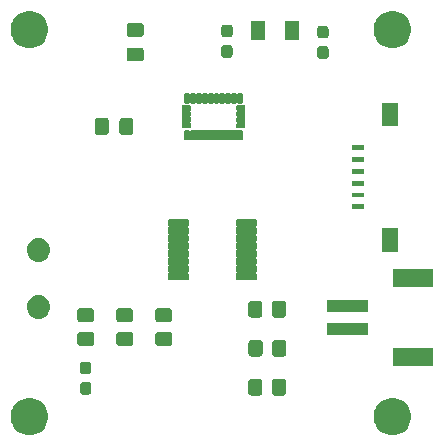
<source format=gts>
G04 #@! TF.GenerationSoftware,KiCad,Pcbnew,8.0.0*
G04 #@! TF.CreationDate,2024-03-04T18:11:22-06:00*
G04 #@! TF.ProjectId,InertialMeasurementUnitBoard,496e6572-7469-4616-9c4d-656173757265,rev?*
G04 #@! TF.SameCoordinates,Original*
G04 #@! TF.FileFunction,Soldermask,Top*
G04 #@! TF.FilePolarity,Negative*
%FSLAX46Y46*%
G04 Gerber Fmt 4.6, Leading zero omitted, Abs format (unit mm)*
G04 Created by KiCad (PCBNEW 8.0.0) date 2024-03-04 18:11:22*
%MOMM*%
%LPD*%
G01*
G04 APERTURE LIST*
G04 APERTURE END LIST*
G36*
X100580295Y-111195699D02*
G01*
X100824427Y-111254310D01*
X101056385Y-111350390D01*
X101270456Y-111481573D01*
X101461371Y-111644629D01*
X101624427Y-111835544D01*
X101755610Y-112049615D01*
X101851690Y-112281573D01*
X101910301Y-112525705D01*
X101930000Y-112776000D01*
X101910301Y-113026295D01*
X101851690Y-113270427D01*
X101755610Y-113502385D01*
X101624427Y-113716456D01*
X101461371Y-113907371D01*
X101270456Y-114070427D01*
X101056385Y-114201610D01*
X100824427Y-114297690D01*
X100580295Y-114356301D01*
X100330000Y-114376000D01*
X100079705Y-114356301D01*
X99835573Y-114297690D01*
X99603615Y-114201610D01*
X99389544Y-114070427D01*
X99198629Y-113907371D01*
X99035573Y-113716456D01*
X98904390Y-113502385D01*
X98808310Y-113270427D01*
X98749699Y-113026295D01*
X98730000Y-112776000D01*
X98749699Y-112525705D01*
X98808310Y-112281573D01*
X98904390Y-112049615D01*
X99035573Y-111835544D01*
X99198629Y-111644629D01*
X99389544Y-111481573D01*
X99603615Y-111350390D01*
X99835573Y-111254310D01*
X100079705Y-111195699D01*
X100330000Y-111176000D01*
X100580295Y-111195699D01*
G37*
G36*
X131314295Y-111195699D02*
G01*
X131558427Y-111254310D01*
X131790385Y-111350390D01*
X132004456Y-111481573D01*
X132195371Y-111644629D01*
X132358427Y-111835544D01*
X132489610Y-112049615D01*
X132585690Y-112281573D01*
X132644301Y-112525705D01*
X132664000Y-112776000D01*
X132644301Y-113026295D01*
X132585690Y-113270427D01*
X132489610Y-113502385D01*
X132358427Y-113716456D01*
X132195371Y-113907371D01*
X132004456Y-114070427D01*
X131790385Y-114201610D01*
X131558427Y-114297690D01*
X131314295Y-114356301D01*
X131064000Y-114376000D01*
X130813705Y-114356301D01*
X130569573Y-114297690D01*
X130337615Y-114201610D01*
X130123544Y-114070427D01*
X129932629Y-113907371D01*
X129769573Y-113716456D01*
X129638390Y-113502385D01*
X129542310Y-113270427D01*
X129483699Y-113026295D01*
X129464000Y-112776000D01*
X129483699Y-112525705D01*
X129542310Y-112281573D01*
X129638390Y-112049615D01*
X129769573Y-111835544D01*
X129932629Y-111644629D01*
X130123544Y-111481573D01*
X130337615Y-111350390D01*
X130569573Y-111254310D01*
X130813705Y-111195699D01*
X131064000Y-111176000D01*
X131314295Y-111195699D01*
G37*
G36*
X119808616Y-109605318D02*
G01*
X119859879Y-109611266D01*
X119877392Y-109618999D01*
X119900171Y-109623530D01*
X119924557Y-109639824D01*
X119945288Y-109648978D01*
X119959446Y-109663136D01*
X119981277Y-109677723D01*
X119995863Y-109699553D01*
X120010021Y-109713711D01*
X120019173Y-109734439D01*
X120035470Y-109758829D01*
X120040001Y-109781609D01*
X120047733Y-109799120D01*
X120053678Y-109850372D01*
X120054500Y-109854500D01*
X120054500Y-110754500D01*
X120053678Y-110758628D01*
X120047733Y-110809879D01*
X120040001Y-110827388D01*
X120035470Y-110850171D01*
X120019172Y-110874562D01*
X120010021Y-110895288D01*
X119995865Y-110909443D01*
X119981277Y-110931277D01*
X119959443Y-110945865D01*
X119945288Y-110960021D01*
X119924562Y-110969172D01*
X119900171Y-110985470D01*
X119877388Y-110990001D01*
X119859879Y-110997733D01*
X119808629Y-111003678D01*
X119804500Y-111004500D01*
X119104500Y-111004500D01*
X119100373Y-111003679D01*
X119049120Y-110997733D01*
X119031609Y-110990001D01*
X119008829Y-110985470D01*
X118984439Y-110969173D01*
X118963711Y-110960021D01*
X118949553Y-110945863D01*
X118927723Y-110931277D01*
X118913136Y-110909446D01*
X118898978Y-110895288D01*
X118889824Y-110874557D01*
X118873530Y-110850171D01*
X118868999Y-110827392D01*
X118861266Y-110809879D01*
X118855318Y-110758617D01*
X118854500Y-110754500D01*
X118854500Y-109854500D01*
X118855318Y-109850385D01*
X118861266Y-109799120D01*
X118868999Y-109781605D01*
X118873530Y-109758829D01*
X118889823Y-109734444D01*
X118898978Y-109713711D01*
X118913138Y-109699550D01*
X118927723Y-109677723D01*
X118949550Y-109663138D01*
X118963711Y-109648978D01*
X118984444Y-109639823D01*
X119008829Y-109623530D01*
X119031605Y-109618999D01*
X119049120Y-109611266D01*
X119100384Y-109605318D01*
X119104500Y-109604500D01*
X119804500Y-109604500D01*
X119808616Y-109605318D01*
G37*
G36*
X121808616Y-109605318D02*
G01*
X121859879Y-109611266D01*
X121877392Y-109618999D01*
X121900171Y-109623530D01*
X121924557Y-109639824D01*
X121945288Y-109648978D01*
X121959446Y-109663136D01*
X121981277Y-109677723D01*
X121995863Y-109699553D01*
X122010021Y-109713711D01*
X122019173Y-109734439D01*
X122035470Y-109758829D01*
X122040001Y-109781609D01*
X122047733Y-109799120D01*
X122053678Y-109850372D01*
X122054500Y-109854500D01*
X122054500Y-110754500D01*
X122053678Y-110758628D01*
X122047733Y-110809879D01*
X122040001Y-110827388D01*
X122035470Y-110850171D01*
X122019172Y-110874562D01*
X122010021Y-110895288D01*
X121995865Y-110909443D01*
X121981277Y-110931277D01*
X121959443Y-110945865D01*
X121945288Y-110960021D01*
X121924562Y-110969172D01*
X121900171Y-110985470D01*
X121877388Y-110990001D01*
X121859879Y-110997733D01*
X121808629Y-111003678D01*
X121804500Y-111004500D01*
X121104500Y-111004500D01*
X121100373Y-111003679D01*
X121049120Y-110997733D01*
X121031609Y-110990001D01*
X121008829Y-110985470D01*
X120984439Y-110969173D01*
X120963711Y-110960021D01*
X120949553Y-110945863D01*
X120927723Y-110931277D01*
X120913136Y-110909446D01*
X120898978Y-110895288D01*
X120889824Y-110874557D01*
X120873530Y-110850171D01*
X120868999Y-110827392D01*
X120861266Y-110809879D01*
X120855318Y-110758617D01*
X120854500Y-110754500D01*
X120854500Y-109854500D01*
X120855318Y-109850385D01*
X120861266Y-109799120D01*
X120868999Y-109781605D01*
X120873530Y-109758829D01*
X120889823Y-109734444D01*
X120898978Y-109713711D01*
X120913138Y-109699550D01*
X120927723Y-109677723D01*
X120949550Y-109663138D01*
X120963711Y-109648978D01*
X120984444Y-109639823D01*
X121008829Y-109623530D01*
X121031605Y-109618999D01*
X121049120Y-109611266D01*
X121100384Y-109605318D01*
X121104500Y-109604500D01*
X121804500Y-109604500D01*
X121808616Y-109605318D01*
G37*
G36*
X105329115Y-109877318D02*
G01*
X105377517Y-109882934D01*
X105394055Y-109890236D01*
X105415887Y-109894579D01*
X105439259Y-109910195D01*
X105458724Y-109918790D01*
X105472017Y-109932083D01*
X105492938Y-109946062D01*
X105506916Y-109966982D01*
X105520209Y-109980275D01*
X105528802Y-109999738D01*
X105544421Y-110023113D01*
X105548764Y-110044946D01*
X105556065Y-110061482D01*
X105561678Y-110109872D01*
X105562500Y-110114000D01*
X105562500Y-110689000D01*
X105561678Y-110693127D01*
X105556065Y-110741517D01*
X105548764Y-110758051D01*
X105544421Y-110779887D01*
X105528801Y-110803263D01*
X105520209Y-110822724D01*
X105506918Y-110836014D01*
X105492938Y-110856938D01*
X105472014Y-110870918D01*
X105458724Y-110884209D01*
X105439263Y-110892801D01*
X105415887Y-110908421D01*
X105394051Y-110912764D01*
X105377517Y-110920065D01*
X105329129Y-110925678D01*
X105325000Y-110926500D01*
X104850000Y-110926500D01*
X104845873Y-110925679D01*
X104797482Y-110920065D01*
X104780946Y-110912764D01*
X104759113Y-110908421D01*
X104735738Y-110892802D01*
X104716275Y-110884209D01*
X104702982Y-110870916D01*
X104682062Y-110856938D01*
X104668083Y-110836017D01*
X104654790Y-110822724D01*
X104646195Y-110803259D01*
X104630579Y-110779887D01*
X104626236Y-110758055D01*
X104618934Y-110741517D01*
X104613318Y-110693116D01*
X104612500Y-110689000D01*
X104612500Y-110114000D01*
X104613318Y-110109885D01*
X104618934Y-110061482D01*
X104626236Y-110044942D01*
X104630579Y-110023113D01*
X104646194Y-109999742D01*
X104654790Y-109980275D01*
X104668085Y-109966979D01*
X104682062Y-109946062D01*
X104702979Y-109932085D01*
X104716275Y-109918790D01*
X104735742Y-109910194D01*
X104759113Y-109894579D01*
X104780942Y-109890236D01*
X104797482Y-109882934D01*
X104845884Y-109877318D01*
X104850000Y-109876500D01*
X105325000Y-109876500D01*
X105329115Y-109877318D01*
G37*
G36*
X105329115Y-108127318D02*
G01*
X105377517Y-108132934D01*
X105394055Y-108140236D01*
X105415887Y-108144579D01*
X105439259Y-108160195D01*
X105458724Y-108168790D01*
X105472017Y-108182083D01*
X105492938Y-108196062D01*
X105506916Y-108216982D01*
X105520209Y-108230275D01*
X105528802Y-108249738D01*
X105544421Y-108273113D01*
X105548764Y-108294946D01*
X105556065Y-108311482D01*
X105561678Y-108359872D01*
X105562500Y-108364000D01*
X105562500Y-108939000D01*
X105561678Y-108943127D01*
X105556065Y-108991517D01*
X105548764Y-109008051D01*
X105544421Y-109029887D01*
X105528801Y-109053263D01*
X105520209Y-109072724D01*
X105506918Y-109086014D01*
X105492938Y-109106938D01*
X105472014Y-109120918D01*
X105458724Y-109134209D01*
X105439263Y-109142801D01*
X105415887Y-109158421D01*
X105394051Y-109162764D01*
X105377517Y-109170065D01*
X105329129Y-109175678D01*
X105325000Y-109176500D01*
X104850000Y-109176500D01*
X104845873Y-109175679D01*
X104797482Y-109170065D01*
X104780946Y-109162764D01*
X104759113Y-109158421D01*
X104735738Y-109142802D01*
X104716275Y-109134209D01*
X104702982Y-109120916D01*
X104682062Y-109106938D01*
X104668083Y-109086017D01*
X104654790Y-109072724D01*
X104646195Y-109053259D01*
X104630579Y-109029887D01*
X104626236Y-109008055D01*
X104618934Y-108991517D01*
X104613318Y-108943116D01*
X104612500Y-108939000D01*
X104612500Y-108364000D01*
X104613318Y-108359885D01*
X104618934Y-108311482D01*
X104626236Y-108294942D01*
X104630579Y-108273113D01*
X104646194Y-108249742D01*
X104654790Y-108230275D01*
X104668085Y-108216979D01*
X104682062Y-108196062D01*
X104702979Y-108182085D01*
X104716275Y-108168790D01*
X104735742Y-108160194D01*
X104759113Y-108144579D01*
X104780942Y-108140236D01*
X104797482Y-108132934D01*
X104845884Y-108127318D01*
X104850000Y-108126500D01*
X105325000Y-108126500D01*
X105329115Y-108127318D01*
G37*
G36*
X134484000Y-108504000D02*
G01*
X131084000Y-108504000D01*
X131084000Y-107004000D01*
X134484000Y-107004000D01*
X134484000Y-108504000D01*
G37*
G36*
X119824616Y-106303318D02*
G01*
X119875879Y-106309266D01*
X119893392Y-106316999D01*
X119916171Y-106321530D01*
X119940557Y-106337824D01*
X119961288Y-106346978D01*
X119975446Y-106361136D01*
X119997277Y-106375723D01*
X120011863Y-106397553D01*
X120026021Y-106411711D01*
X120035173Y-106432439D01*
X120051470Y-106456829D01*
X120056001Y-106479609D01*
X120063733Y-106497120D01*
X120069678Y-106548372D01*
X120070500Y-106552500D01*
X120070500Y-107452500D01*
X120069678Y-107456628D01*
X120063733Y-107507879D01*
X120056001Y-107525388D01*
X120051470Y-107548171D01*
X120035172Y-107572562D01*
X120026021Y-107593288D01*
X120011865Y-107607443D01*
X119997277Y-107629277D01*
X119975443Y-107643865D01*
X119961288Y-107658021D01*
X119940562Y-107667172D01*
X119916171Y-107683470D01*
X119893388Y-107688001D01*
X119875879Y-107695733D01*
X119824629Y-107701678D01*
X119820500Y-107702500D01*
X119120500Y-107702500D01*
X119116373Y-107701679D01*
X119065120Y-107695733D01*
X119047609Y-107688001D01*
X119024829Y-107683470D01*
X119000439Y-107667173D01*
X118979711Y-107658021D01*
X118965553Y-107643863D01*
X118943723Y-107629277D01*
X118929136Y-107607446D01*
X118914978Y-107593288D01*
X118905824Y-107572557D01*
X118889530Y-107548171D01*
X118884999Y-107525392D01*
X118877266Y-107507879D01*
X118871318Y-107456617D01*
X118870500Y-107452500D01*
X118870500Y-106552500D01*
X118871318Y-106548385D01*
X118877266Y-106497120D01*
X118884999Y-106479605D01*
X118889530Y-106456829D01*
X118905823Y-106432444D01*
X118914978Y-106411711D01*
X118929138Y-106397550D01*
X118943723Y-106375723D01*
X118965550Y-106361138D01*
X118979711Y-106346978D01*
X119000444Y-106337823D01*
X119024829Y-106321530D01*
X119047605Y-106316999D01*
X119065120Y-106309266D01*
X119116384Y-106303318D01*
X119120500Y-106302500D01*
X119820500Y-106302500D01*
X119824616Y-106303318D01*
G37*
G36*
X121824616Y-106303318D02*
G01*
X121875879Y-106309266D01*
X121893392Y-106316999D01*
X121916171Y-106321530D01*
X121940557Y-106337824D01*
X121961288Y-106346978D01*
X121975446Y-106361136D01*
X121997277Y-106375723D01*
X122011863Y-106397553D01*
X122026021Y-106411711D01*
X122035173Y-106432439D01*
X122051470Y-106456829D01*
X122056001Y-106479609D01*
X122063733Y-106497120D01*
X122069678Y-106548372D01*
X122070500Y-106552500D01*
X122070500Y-107452500D01*
X122069678Y-107456628D01*
X122063733Y-107507879D01*
X122056001Y-107525388D01*
X122051470Y-107548171D01*
X122035172Y-107572562D01*
X122026021Y-107593288D01*
X122011865Y-107607443D01*
X121997277Y-107629277D01*
X121975443Y-107643865D01*
X121961288Y-107658021D01*
X121940562Y-107667172D01*
X121916171Y-107683470D01*
X121893388Y-107688001D01*
X121875879Y-107695733D01*
X121824629Y-107701678D01*
X121820500Y-107702500D01*
X121120500Y-107702500D01*
X121116373Y-107701679D01*
X121065120Y-107695733D01*
X121047609Y-107688001D01*
X121024829Y-107683470D01*
X121000439Y-107667173D01*
X120979711Y-107658021D01*
X120965553Y-107643863D01*
X120943723Y-107629277D01*
X120929136Y-107607446D01*
X120914978Y-107593288D01*
X120905824Y-107572557D01*
X120889530Y-107548171D01*
X120884999Y-107525392D01*
X120877266Y-107507879D01*
X120871318Y-107456617D01*
X120870500Y-107452500D01*
X120870500Y-106552500D01*
X120871318Y-106548385D01*
X120877266Y-106497120D01*
X120884999Y-106479605D01*
X120889530Y-106456829D01*
X120905823Y-106432444D01*
X120914978Y-106411711D01*
X120929138Y-106397550D01*
X120943723Y-106375723D01*
X120965550Y-106361138D01*
X120979711Y-106346978D01*
X121000444Y-106337823D01*
X121024829Y-106321530D01*
X121047605Y-106316999D01*
X121065120Y-106309266D01*
X121116384Y-106303318D01*
X121120500Y-106302500D01*
X121820500Y-106302500D01*
X121824616Y-106303318D01*
G37*
G36*
X105541616Y-105609318D02*
G01*
X105592879Y-105615266D01*
X105610392Y-105622999D01*
X105633171Y-105627530D01*
X105657557Y-105643824D01*
X105678288Y-105652978D01*
X105692446Y-105667136D01*
X105714277Y-105681723D01*
X105728863Y-105703553D01*
X105743021Y-105717711D01*
X105752173Y-105738439D01*
X105768470Y-105762829D01*
X105773001Y-105785609D01*
X105780733Y-105803120D01*
X105786678Y-105854372D01*
X105787500Y-105858500D01*
X105787500Y-106558500D01*
X105786678Y-106562628D01*
X105780733Y-106613879D01*
X105773001Y-106631388D01*
X105768470Y-106654171D01*
X105752172Y-106678562D01*
X105743021Y-106699288D01*
X105728865Y-106713443D01*
X105714277Y-106735277D01*
X105692443Y-106749865D01*
X105678288Y-106764021D01*
X105657562Y-106773172D01*
X105633171Y-106789470D01*
X105610388Y-106794001D01*
X105592879Y-106801733D01*
X105541629Y-106807678D01*
X105537500Y-106808500D01*
X104637500Y-106808500D01*
X104633373Y-106807679D01*
X104582120Y-106801733D01*
X104564609Y-106794001D01*
X104541829Y-106789470D01*
X104517439Y-106773173D01*
X104496711Y-106764021D01*
X104482553Y-106749863D01*
X104460723Y-106735277D01*
X104446136Y-106713446D01*
X104431978Y-106699288D01*
X104422824Y-106678557D01*
X104406530Y-106654171D01*
X104401999Y-106631392D01*
X104394266Y-106613879D01*
X104388318Y-106562617D01*
X104387500Y-106558500D01*
X104387500Y-105858500D01*
X104388318Y-105854385D01*
X104394266Y-105803120D01*
X104401999Y-105785605D01*
X104406530Y-105762829D01*
X104422823Y-105738444D01*
X104431978Y-105717711D01*
X104446138Y-105703550D01*
X104460723Y-105681723D01*
X104482550Y-105667138D01*
X104496711Y-105652978D01*
X104517444Y-105643823D01*
X104541829Y-105627530D01*
X104564605Y-105622999D01*
X104582120Y-105615266D01*
X104633384Y-105609318D01*
X104637500Y-105608500D01*
X105537500Y-105608500D01*
X105541616Y-105609318D01*
G37*
G36*
X108843616Y-105609318D02*
G01*
X108894879Y-105615266D01*
X108912392Y-105622999D01*
X108935171Y-105627530D01*
X108959557Y-105643824D01*
X108980288Y-105652978D01*
X108994446Y-105667136D01*
X109016277Y-105681723D01*
X109030863Y-105703553D01*
X109045021Y-105717711D01*
X109054173Y-105738439D01*
X109070470Y-105762829D01*
X109075001Y-105785609D01*
X109082733Y-105803120D01*
X109088678Y-105854372D01*
X109089500Y-105858500D01*
X109089500Y-106558500D01*
X109088678Y-106562628D01*
X109082733Y-106613879D01*
X109075001Y-106631388D01*
X109070470Y-106654171D01*
X109054172Y-106678562D01*
X109045021Y-106699288D01*
X109030865Y-106713443D01*
X109016277Y-106735277D01*
X108994443Y-106749865D01*
X108980288Y-106764021D01*
X108959562Y-106773172D01*
X108935171Y-106789470D01*
X108912388Y-106794001D01*
X108894879Y-106801733D01*
X108843629Y-106807678D01*
X108839500Y-106808500D01*
X107939500Y-106808500D01*
X107935373Y-106807679D01*
X107884120Y-106801733D01*
X107866609Y-106794001D01*
X107843829Y-106789470D01*
X107819439Y-106773173D01*
X107798711Y-106764021D01*
X107784553Y-106749863D01*
X107762723Y-106735277D01*
X107748136Y-106713446D01*
X107733978Y-106699288D01*
X107724824Y-106678557D01*
X107708530Y-106654171D01*
X107703999Y-106631392D01*
X107696266Y-106613879D01*
X107690318Y-106562617D01*
X107689500Y-106558500D01*
X107689500Y-105858500D01*
X107690318Y-105854385D01*
X107696266Y-105803120D01*
X107703999Y-105785605D01*
X107708530Y-105762829D01*
X107724823Y-105738444D01*
X107733978Y-105717711D01*
X107748138Y-105703550D01*
X107762723Y-105681723D01*
X107784550Y-105667138D01*
X107798711Y-105652978D01*
X107819444Y-105643823D01*
X107843829Y-105627530D01*
X107866605Y-105622999D01*
X107884120Y-105615266D01*
X107935384Y-105609318D01*
X107939500Y-105608500D01*
X108839500Y-105608500D01*
X108843616Y-105609318D01*
G37*
G36*
X112145616Y-105609318D02*
G01*
X112196879Y-105615266D01*
X112214392Y-105622999D01*
X112237171Y-105627530D01*
X112261557Y-105643824D01*
X112282288Y-105652978D01*
X112296446Y-105667136D01*
X112318277Y-105681723D01*
X112332863Y-105703553D01*
X112347021Y-105717711D01*
X112356173Y-105738439D01*
X112372470Y-105762829D01*
X112377001Y-105785609D01*
X112384733Y-105803120D01*
X112390678Y-105854372D01*
X112391500Y-105858500D01*
X112391500Y-106558500D01*
X112390678Y-106562628D01*
X112384733Y-106613879D01*
X112377001Y-106631388D01*
X112372470Y-106654171D01*
X112356172Y-106678562D01*
X112347021Y-106699288D01*
X112332865Y-106713443D01*
X112318277Y-106735277D01*
X112296443Y-106749865D01*
X112282288Y-106764021D01*
X112261562Y-106773172D01*
X112237171Y-106789470D01*
X112214388Y-106794001D01*
X112196879Y-106801733D01*
X112145629Y-106807678D01*
X112141500Y-106808500D01*
X111241500Y-106808500D01*
X111237373Y-106807679D01*
X111186120Y-106801733D01*
X111168609Y-106794001D01*
X111145829Y-106789470D01*
X111121439Y-106773173D01*
X111100711Y-106764021D01*
X111086553Y-106749863D01*
X111064723Y-106735277D01*
X111050136Y-106713446D01*
X111035978Y-106699288D01*
X111026824Y-106678557D01*
X111010530Y-106654171D01*
X111005999Y-106631392D01*
X110998266Y-106613879D01*
X110992318Y-106562617D01*
X110991500Y-106558500D01*
X110991500Y-105858500D01*
X110992318Y-105854385D01*
X110998266Y-105803120D01*
X111005999Y-105785605D01*
X111010530Y-105762829D01*
X111026823Y-105738444D01*
X111035978Y-105717711D01*
X111050138Y-105703550D01*
X111064723Y-105681723D01*
X111086550Y-105667138D01*
X111100711Y-105652978D01*
X111121444Y-105643823D01*
X111145829Y-105627530D01*
X111168605Y-105622999D01*
X111186120Y-105615266D01*
X111237384Y-105609318D01*
X111241500Y-105608500D01*
X112141500Y-105608500D01*
X112145616Y-105609318D01*
G37*
G36*
X128984000Y-105904000D02*
G01*
X125484000Y-105904000D01*
X125484000Y-104904000D01*
X128984000Y-104904000D01*
X128984000Y-105904000D01*
G37*
G36*
X105541616Y-103609318D02*
G01*
X105592879Y-103615266D01*
X105610392Y-103622999D01*
X105633171Y-103627530D01*
X105657557Y-103643824D01*
X105678288Y-103652978D01*
X105692446Y-103667136D01*
X105714277Y-103681723D01*
X105728863Y-103703553D01*
X105743021Y-103717711D01*
X105752173Y-103738439D01*
X105768470Y-103762829D01*
X105773001Y-103785609D01*
X105780733Y-103803120D01*
X105786678Y-103854372D01*
X105787500Y-103858500D01*
X105787500Y-104558500D01*
X105786678Y-104562628D01*
X105780733Y-104613879D01*
X105773001Y-104631388D01*
X105768470Y-104654171D01*
X105752172Y-104678562D01*
X105743021Y-104699288D01*
X105728865Y-104713443D01*
X105714277Y-104735277D01*
X105692443Y-104749865D01*
X105678288Y-104764021D01*
X105657562Y-104773172D01*
X105633171Y-104789470D01*
X105610388Y-104794001D01*
X105592879Y-104801733D01*
X105541629Y-104807678D01*
X105537500Y-104808500D01*
X104637500Y-104808500D01*
X104633373Y-104807679D01*
X104582120Y-104801733D01*
X104564609Y-104794001D01*
X104541829Y-104789470D01*
X104517439Y-104773173D01*
X104496711Y-104764021D01*
X104482553Y-104749863D01*
X104460723Y-104735277D01*
X104446136Y-104713446D01*
X104431978Y-104699288D01*
X104422824Y-104678557D01*
X104406530Y-104654171D01*
X104401999Y-104631392D01*
X104394266Y-104613879D01*
X104388318Y-104562617D01*
X104387500Y-104558500D01*
X104387500Y-103858500D01*
X104388318Y-103854385D01*
X104394266Y-103803120D01*
X104401999Y-103785605D01*
X104406530Y-103762829D01*
X104422823Y-103738444D01*
X104431978Y-103717711D01*
X104446138Y-103703550D01*
X104460723Y-103681723D01*
X104482550Y-103667138D01*
X104496711Y-103652978D01*
X104517444Y-103643823D01*
X104541829Y-103627530D01*
X104564605Y-103622999D01*
X104582120Y-103615266D01*
X104633384Y-103609318D01*
X104637500Y-103608500D01*
X105537500Y-103608500D01*
X105541616Y-103609318D01*
G37*
G36*
X108843616Y-103609318D02*
G01*
X108894879Y-103615266D01*
X108912392Y-103622999D01*
X108935171Y-103627530D01*
X108959557Y-103643824D01*
X108980288Y-103652978D01*
X108994446Y-103667136D01*
X109016277Y-103681723D01*
X109030863Y-103703553D01*
X109045021Y-103717711D01*
X109054173Y-103738439D01*
X109070470Y-103762829D01*
X109075001Y-103785609D01*
X109082733Y-103803120D01*
X109088678Y-103854372D01*
X109089500Y-103858500D01*
X109089500Y-104558500D01*
X109088678Y-104562628D01*
X109082733Y-104613879D01*
X109075001Y-104631388D01*
X109070470Y-104654171D01*
X109054172Y-104678562D01*
X109045021Y-104699288D01*
X109030865Y-104713443D01*
X109016277Y-104735277D01*
X108994443Y-104749865D01*
X108980288Y-104764021D01*
X108959562Y-104773172D01*
X108935171Y-104789470D01*
X108912388Y-104794001D01*
X108894879Y-104801733D01*
X108843629Y-104807678D01*
X108839500Y-104808500D01*
X107939500Y-104808500D01*
X107935373Y-104807679D01*
X107884120Y-104801733D01*
X107866609Y-104794001D01*
X107843829Y-104789470D01*
X107819439Y-104773173D01*
X107798711Y-104764021D01*
X107784553Y-104749863D01*
X107762723Y-104735277D01*
X107748136Y-104713446D01*
X107733978Y-104699288D01*
X107724824Y-104678557D01*
X107708530Y-104654171D01*
X107703999Y-104631392D01*
X107696266Y-104613879D01*
X107690318Y-104562617D01*
X107689500Y-104558500D01*
X107689500Y-103858500D01*
X107690318Y-103854385D01*
X107696266Y-103803120D01*
X107703999Y-103785605D01*
X107708530Y-103762829D01*
X107724823Y-103738444D01*
X107733978Y-103717711D01*
X107748138Y-103703550D01*
X107762723Y-103681723D01*
X107784550Y-103667138D01*
X107798711Y-103652978D01*
X107819444Y-103643823D01*
X107843829Y-103627530D01*
X107866605Y-103622999D01*
X107884120Y-103615266D01*
X107935384Y-103609318D01*
X107939500Y-103608500D01*
X108839500Y-103608500D01*
X108843616Y-103609318D01*
G37*
G36*
X112145616Y-103609318D02*
G01*
X112196879Y-103615266D01*
X112214392Y-103622999D01*
X112237171Y-103627530D01*
X112261557Y-103643824D01*
X112282288Y-103652978D01*
X112296446Y-103667136D01*
X112318277Y-103681723D01*
X112332863Y-103703553D01*
X112347021Y-103717711D01*
X112356173Y-103738439D01*
X112372470Y-103762829D01*
X112377001Y-103785609D01*
X112384733Y-103803120D01*
X112390678Y-103854372D01*
X112391500Y-103858500D01*
X112391500Y-104558500D01*
X112390678Y-104562628D01*
X112384733Y-104613879D01*
X112377001Y-104631388D01*
X112372470Y-104654171D01*
X112356172Y-104678562D01*
X112347021Y-104699288D01*
X112332865Y-104713443D01*
X112318277Y-104735277D01*
X112296443Y-104749865D01*
X112282288Y-104764021D01*
X112261562Y-104773172D01*
X112237171Y-104789470D01*
X112214388Y-104794001D01*
X112196879Y-104801733D01*
X112145629Y-104807678D01*
X112141500Y-104808500D01*
X111241500Y-104808500D01*
X111237373Y-104807679D01*
X111186120Y-104801733D01*
X111168609Y-104794001D01*
X111145829Y-104789470D01*
X111121439Y-104773173D01*
X111100711Y-104764021D01*
X111086553Y-104749863D01*
X111064723Y-104735277D01*
X111050136Y-104713446D01*
X111035978Y-104699288D01*
X111026824Y-104678557D01*
X111010530Y-104654171D01*
X111005999Y-104631392D01*
X110998266Y-104613879D01*
X110992318Y-104562617D01*
X110991500Y-104558500D01*
X110991500Y-103858500D01*
X110992318Y-103854385D01*
X110998266Y-103803120D01*
X111005999Y-103785605D01*
X111010530Y-103762829D01*
X111026823Y-103738444D01*
X111035978Y-103717711D01*
X111050138Y-103703550D01*
X111064723Y-103681723D01*
X111086550Y-103667138D01*
X111100711Y-103652978D01*
X111121444Y-103643823D01*
X111145829Y-103627530D01*
X111168605Y-103622999D01*
X111186120Y-103615266D01*
X111237384Y-103609318D01*
X111241500Y-103608500D01*
X112141500Y-103608500D01*
X112145616Y-103609318D01*
G37*
G36*
X101287090Y-102524215D02*
G01*
X101474683Y-102581120D01*
X101647570Y-102673530D01*
X101799107Y-102797893D01*
X101923470Y-102949430D01*
X102015880Y-103122317D01*
X102072785Y-103309910D01*
X102092000Y-103505000D01*
X102072785Y-103700090D01*
X102015880Y-103887683D01*
X101923470Y-104060570D01*
X101799107Y-104212107D01*
X101647570Y-104336470D01*
X101474683Y-104428880D01*
X101287090Y-104485785D01*
X101092000Y-104505000D01*
X100896910Y-104485785D01*
X100709317Y-104428880D01*
X100536430Y-104336470D01*
X100384893Y-104212107D01*
X100260530Y-104060570D01*
X100168120Y-103887683D01*
X100111215Y-103700090D01*
X100092000Y-103505000D01*
X100111215Y-103309910D01*
X100168120Y-103122317D01*
X100260530Y-102949430D01*
X100384893Y-102797893D01*
X100536430Y-102673530D01*
X100709317Y-102581120D01*
X100896910Y-102524215D01*
X101092000Y-102505000D01*
X101287090Y-102524215D01*
G37*
G36*
X119808616Y-103001318D02*
G01*
X119859879Y-103007266D01*
X119877392Y-103014999D01*
X119900171Y-103019530D01*
X119924557Y-103035824D01*
X119945288Y-103044978D01*
X119959446Y-103059136D01*
X119981277Y-103073723D01*
X119995863Y-103095553D01*
X120010021Y-103109711D01*
X120019173Y-103130439D01*
X120035470Y-103154829D01*
X120040001Y-103177609D01*
X120047733Y-103195120D01*
X120053678Y-103246372D01*
X120054500Y-103250500D01*
X120054500Y-104150500D01*
X120053678Y-104154628D01*
X120047733Y-104205879D01*
X120040001Y-104223388D01*
X120035470Y-104246171D01*
X120019172Y-104270562D01*
X120010021Y-104291288D01*
X119995865Y-104305443D01*
X119981277Y-104327277D01*
X119959443Y-104341865D01*
X119945288Y-104356021D01*
X119924562Y-104365172D01*
X119900171Y-104381470D01*
X119877388Y-104386001D01*
X119859879Y-104393733D01*
X119808629Y-104399678D01*
X119804500Y-104400500D01*
X119104500Y-104400500D01*
X119100373Y-104399679D01*
X119049120Y-104393733D01*
X119031609Y-104386001D01*
X119008829Y-104381470D01*
X118984439Y-104365173D01*
X118963711Y-104356021D01*
X118949553Y-104341863D01*
X118927723Y-104327277D01*
X118913136Y-104305446D01*
X118898978Y-104291288D01*
X118889824Y-104270557D01*
X118873530Y-104246171D01*
X118868999Y-104223392D01*
X118861266Y-104205879D01*
X118855318Y-104154617D01*
X118854500Y-104150500D01*
X118854500Y-103250500D01*
X118855318Y-103246385D01*
X118861266Y-103195120D01*
X118868999Y-103177605D01*
X118873530Y-103154829D01*
X118889823Y-103130444D01*
X118898978Y-103109711D01*
X118913138Y-103095550D01*
X118927723Y-103073723D01*
X118949550Y-103059138D01*
X118963711Y-103044978D01*
X118984444Y-103035823D01*
X119008829Y-103019530D01*
X119031605Y-103014999D01*
X119049120Y-103007266D01*
X119100384Y-103001318D01*
X119104500Y-103000500D01*
X119804500Y-103000500D01*
X119808616Y-103001318D01*
G37*
G36*
X121808616Y-103001318D02*
G01*
X121859879Y-103007266D01*
X121877392Y-103014999D01*
X121900171Y-103019530D01*
X121924557Y-103035824D01*
X121945288Y-103044978D01*
X121959446Y-103059136D01*
X121981277Y-103073723D01*
X121995863Y-103095553D01*
X122010021Y-103109711D01*
X122019173Y-103130439D01*
X122035470Y-103154829D01*
X122040001Y-103177609D01*
X122047733Y-103195120D01*
X122053678Y-103246372D01*
X122054500Y-103250500D01*
X122054500Y-104150500D01*
X122053678Y-104154628D01*
X122047733Y-104205879D01*
X122040001Y-104223388D01*
X122035470Y-104246171D01*
X122019172Y-104270562D01*
X122010021Y-104291288D01*
X121995865Y-104305443D01*
X121981277Y-104327277D01*
X121959443Y-104341865D01*
X121945288Y-104356021D01*
X121924562Y-104365172D01*
X121900171Y-104381470D01*
X121877388Y-104386001D01*
X121859879Y-104393733D01*
X121808629Y-104399678D01*
X121804500Y-104400500D01*
X121104500Y-104400500D01*
X121100373Y-104399679D01*
X121049120Y-104393733D01*
X121031609Y-104386001D01*
X121008829Y-104381470D01*
X120984439Y-104365173D01*
X120963711Y-104356021D01*
X120949553Y-104341863D01*
X120927723Y-104327277D01*
X120913136Y-104305446D01*
X120898978Y-104291288D01*
X120889824Y-104270557D01*
X120873530Y-104246171D01*
X120868999Y-104223392D01*
X120861266Y-104205879D01*
X120855318Y-104154617D01*
X120854500Y-104150500D01*
X120854500Y-103250500D01*
X120855318Y-103246385D01*
X120861266Y-103195120D01*
X120868999Y-103177605D01*
X120873530Y-103154829D01*
X120889823Y-103130444D01*
X120898978Y-103109711D01*
X120913138Y-103095550D01*
X120927723Y-103073723D01*
X120949550Y-103059138D01*
X120963711Y-103044978D01*
X120984444Y-103035823D01*
X121008829Y-103019530D01*
X121031605Y-103014999D01*
X121049120Y-103007266D01*
X121100384Y-103001318D01*
X121104500Y-103000500D01*
X121804500Y-103000500D01*
X121808616Y-103001318D01*
G37*
G36*
X128984000Y-103904000D02*
G01*
X125484000Y-103904000D01*
X125484000Y-102904000D01*
X128984000Y-102904000D01*
X128984000Y-103904000D01*
G37*
G36*
X134484000Y-101804000D02*
G01*
X131084000Y-101804000D01*
X131084000Y-100304000D01*
X134484000Y-100304000D01*
X134484000Y-101804000D01*
G37*
G36*
X113747879Y-96088825D02*
G01*
X113787621Y-96115379D01*
X113814175Y-96155121D01*
X113823500Y-96202000D01*
X113823500Y-96571000D01*
X113814175Y-96617879D01*
X113787621Y-96657621D01*
X113747879Y-96684175D01*
X113745864Y-96684575D01*
X113745864Y-96738424D01*
X113747879Y-96738825D01*
X113787621Y-96765379D01*
X113814175Y-96805121D01*
X113823500Y-96852000D01*
X113823500Y-97221000D01*
X113814175Y-97267879D01*
X113787621Y-97307621D01*
X113747879Y-97334175D01*
X113745864Y-97334575D01*
X113745864Y-97388424D01*
X113747879Y-97388825D01*
X113787621Y-97415379D01*
X113814175Y-97455121D01*
X113823500Y-97502000D01*
X113823500Y-97871000D01*
X113814175Y-97917879D01*
X113787621Y-97957621D01*
X113747879Y-97984175D01*
X113745864Y-97984575D01*
X113745864Y-98038424D01*
X113747879Y-98038825D01*
X113787621Y-98065379D01*
X113814175Y-98105121D01*
X113823500Y-98152000D01*
X113823500Y-98521000D01*
X113814175Y-98567879D01*
X113787621Y-98607621D01*
X113747879Y-98634175D01*
X113745864Y-98634575D01*
X113745864Y-98688424D01*
X113747879Y-98688825D01*
X113787621Y-98715379D01*
X113814175Y-98755121D01*
X113823500Y-98802000D01*
X113823500Y-99171000D01*
X113814175Y-99217879D01*
X113787621Y-99257621D01*
X113747879Y-99284175D01*
X113745864Y-99284575D01*
X113745864Y-99338424D01*
X113747879Y-99338825D01*
X113787621Y-99365379D01*
X113814175Y-99405121D01*
X113823500Y-99452000D01*
X113823500Y-99821000D01*
X113814175Y-99867879D01*
X113787621Y-99907621D01*
X113747879Y-99934175D01*
X113745864Y-99934575D01*
X113745864Y-99988424D01*
X113747879Y-99988825D01*
X113787621Y-100015379D01*
X113814175Y-100055121D01*
X113823500Y-100102000D01*
X113823500Y-100471000D01*
X113814175Y-100517879D01*
X113787621Y-100557621D01*
X113747879Y-100584175D01*
X113745864Y-100584575D01*
X113745864Y-100638424D01*
X113747879Y-100638825D01*
X113787621Y-100665379D01*
X113814175Y-100705121D01*
X113823500Y-100752000D01*
X113823500Y-101121000D01*
X113814175Y-101167879D01*
X113787621Y-101207621D01*
X113747879Y-101234175D01*
X113701000Y-101243500D01*
X112172000Y-101243500D01*
X112125121Y-101234175D01*
X112085379Y-101207621D01*
X112058825Y-101167879D01*
X112049500Y-101121000D01*
X112049500Y-100752000D01*
X112058825Y-100705121D01*
X112085379Y-100665379D01*
X112125121Y-100638825D01*
X112127135Y-100638424D01*
X112127135Y-100584575D01*
X112125121Y-100584175D01*
X112085379Y-100557621D01*
X112058825Y-100517879D01*
X112049500Y-100471000D01*
X112049500Y-100102000D01*
X112058825Y-100055121D01*
X112085379Y-100015379D01*
X112125121Y-99988825D01*
X112127135Y-99988424D01*
X112127135Y-99934575D01*
X112125121Y-99934175D01*
X112085379Y-99907621D01*
X112058825Y-99867879D01*
X112049500Y-99821000D01*
X112049500Y-99452000D01*
X112058825Y-99405121D01*
X112085379Y-99365379D01*
X112125121Y-99338825D01*
X112127135Y-99338424D01*
X112127135Y-99284575D01*
X112125121Y-99284175D01*
X112085379Y-99257621D01*
X112058825Y-99217879D01*
X112049500Y-99171000D01*
X112049500Y-98802000D01*
X112058825Y-98755121D01*
X112085379Y-98715379D01*
X112125121Y-98688825D01*
X112127135Y-98688424D01*
X112127135Y-98634575D01*
X112125121Y-98634175D01*
X112085379Y-98607621D01*
X112058825Y-98567879D01*
X112049500Y-98521000D01*
X112049500Y-98152000D01*
X112058825Y-98105121D01*
X112085379Y-98065379D01*
X112125121Y-98038825D01*
X112127135Y-98038424D01*
X112127135Y-97984575D01*
X112125121Y-97984175D01*
X112085379Y-97957621D01*
X112058825Y-97917879D01*
X112049500Y-97871000D01*
X112049500Y-97502000D01*
X112058825Y-97455121D01*
X112085379Y-97415379D01*
X112125121Y-97388825D01*
X112127135Y-97388424D01*
X112127135Y-97334575D01*
X112125121Y-97334175D01*
X112085379Y-97307621D01*
X112058825Y-97267879D01*
X112049500Y-97221000D01*
X112049500Y-96852000D01*
X112058825Y-96805121D01*
X112085379Y-96765379D01*
X112125121Y-96738825D01*
X112127135Y-96738424D01*
X112127135Y-96684575D01*
X112125121Y-96684175D01*
X112085379Y-96657621D01*
X112058825Y-96617879D01*
X112049500Y-96571000D01*
X112049500Y-96202000D01*
X112058825Y-96155121D01*
X112085379Y-96115379D01*
X112125121Y-96088825D01*
X112172000Y-96079500D01*
X113701000Y-96079500D01*
X113747879Y-96088825D01*
G37*
G36*
X119487879Y-96088825D02*
G01*
X119527621Y-96115379D01*
X119554175Y-96155121D01*
X119563500Y-96202000D01*
X119563500Y-96571000D01*
X119554175Y-96617879D01*
X119527621Y-96657621D01*
X119487879Y-96684175D01*
X119485864Y-96684575D01*
X119485864Y-96738424D01*
X119487879Y-96738825D01*
X119527621Y-96765379D01*
X119554175Y-96805121D01*
X119563500Y-96852000D01*
X119563500Y-97221000D01*
X119554175Y-97267879D01*
X119527621Y-97307621D01*
X119487879Y-97334175D01*
X119485864Y-97334575D01*
X119485864Y-97388424D01*
X119487879Y-97388825D01*
X119527621Y-97415379D01*
X119554175Y-97455121D01*
X119563500Y-97502000D01*
X119563500Y-97871000D01*
X119554175Y-97917879D01*
X119527621Y-97957621D01*
X119487879Y-97984175D01*
X119485864Y-97984575D01*
X119485864Y-98038424D01*
X119487879Y-98038825D01*
X119527621Y-98065379D01*
X119554175Y-98105121D01*
X119563500Y-98152000D01*
X119563500Y-98521000D01*
X119554175Y-98567879D01*
X119527621Y-98607621D01*
X119487879Y-98634175D01*
X119485864Y-98634575D01*
X119485864Y-98688424D01*
X119487879Y-98688825D01*
X119527621Y-98715379D01*
X119554175Y-98755121D01*
X119563500Y-98802000D01*
X119563500Y-99171000D01*
X119554175Y-99217879D01*
X119527621Y-99257621D01*
X119487879Y-99284175D01*
X119485864Y-99284575D01*
X119485864Y-99338424D01*
X119487879Y-99338825D01*
X119527621Y-99365379D01*
X119554175Y-99405121D01*
X119563500Y-99452000D01*
X119563500Y-99821000D01*
X119554175Y-99867879D01*
X119527621Y-99907621D01*
X119487879Y-99934175D01*
X119485864Y-99934575D01*
X119485864Y-99988424D01*
X119487879Y-99988825D01*
X119527621Y-100015379D01*
X119554175Y-100055121D01*
X119563500Y-100102000D01*
X119563500Y-100471000D01*
X119554175Y-100517879D01*
X119527621Y-100557621D01*
X119487879Y-100584175D01*
X119485864Y-100584575D01*
X119485864Y-100638424D01*
X119487879Y-100638825D01*
X119527621Y-100665379D01*
X119554175Y-100705121D01*
X119563500Y-100752000D01*
X119563500Y-101121000D01*
X119554175Y-101167879D01*
X119527621Y-101207621D01*
X119487879Y-101234175D01*
X119441000Y-101243500D01*
X117912000Y-101243500D01*
X117865121Y-101234175D01*
X117825379Y-101207621D01*
X117798825Y-101167879D01*
X117789500Y-101121000D01*
X117789500Y-100752000D01*
X117798825Y-100705121D01*
X117825379Y-100665379D01*
X117865121Y-100638825D01*
X117867135Y-100638424D01*
X117867135Y-100584575D01*
X117865121Y-100584175D01*
X117825379Y-100557621D01*
X117798825Y-100517879D01*
X117789500Y-100471000D01*
X117789500Y-100102000D01*
X117798825Y-100055121D01*
X117825379Y-100015379D01*
X117865121Y-99988825D01*
X117867135Y-99988424D01*
X117867135Y-99934575D01*
X117865121Y-99934175D01*
X117825379Y-99907621D01*
X117798825Y-99867879D01*
X117789500Y-99821000D01*
X117789500Y-99452000D01*
X117798825Y-99405121D01*
X117825379Y-99365379D01*
X117865121Y-99338825D01*
X117867135Y-99338424D01*
X117867135Y-99284575D01*
X117865121Y-99284175D01*
X117825379Y-99257621D01*
X117798825Y-99217879D01*
X117789500Y-99171000D01*
X117789500Y-98802000D01*
X117798825Y-98755121D01*
X117825379Y-98715379D01*
X117865121Y-98688825D01*
X117867135Y-98688424D01*
X117867135Y-98634575D01*
X117865121Y-98634175D01*
X117825379Y-98607621D01*
X117798825Y-98567879D01*
X117789500Y-98521000D01*
X117789500Y-98152000D01*
X117798825Y-98105121D01*
X117825379Y-98065379D01*
X117865121Y-98038825D01*
X117867135Y-98038424D01*
X117867135Y-97984575D01*
X117865121Y-97984175D01*
X117825379Y-97957621D01*
X117798825Y-97917879D01*
X117789500Y-97871000D01*
X117789500Y-97502000D01*
X117798825Y-97455121D01*
X117825379Y-97415379D01*
X117865121Y-97388825D01*
X117867135Y-97388424D01*
X117867135Y-97334575D01*
X117865121Y-97334175D01*
X117825379Y-97307621D01*
X117798825Y-97267879D01*
X117789500Y-97221000D01*
X117789500Y-96852000D01*
X117798825Y-96805121D01*
X117825379Y-96765379D01*
X117865121Y-96738825D01*
X117867135Y-96738424D01*
X117867135Y-96684575D01*
X117865121Y-96684175D01*
X117825379Y-96657621D01*
X117798825Y-96617879D01*
X117789500Y-96571000D01*
X117789500Y-96202000D01*
X117798825Y-96155121D01*
X117825379Y-96115379D01*
X117865121Y-96088825D01*
X117912000Y-96079500D01*
X119441000Y-96079500D01*
X119487879Y-96088825D01*
G37*
G36*
X101287090Y-97698215D02*
G01*
X101474683Y-97755120D01*
X101647570Y-97847530D01*
X101799107Y-97971893D01*
X101923470Y-98123430D01*
X102015880Y-98296317D01*
X102072785Y-98483910D01*
X102092000Y-98679000D01*
X102072785Y-98874090D01*
X102015880Y-99061683D01*
X101923470Y-99234570D01*
X101799107Y-99386107D01*
X101647570Y-99510470D01*
X101474683Y-99602880D01*
X101287090Y-99659785D01*
X101092000Y-99679000D01*
X100896910Y-99659785D01*
X100709317Y-99602880D01*
X100536430Y-99510470D01*
X100384893Y-99386107D01*
X100260530Y-99234570D01*
X100168120Y-99061683D01*
X100111215Y-98874090D01*
X100092000Y-98679000D01*
X100111215Y-98483910D01*
X100168120Y-98296317D01*
X100260530Y-98123430D01*
X100384893Y-97971893D01*
X100536430Y-97847530D01*
X100709317Y-97755120D01*
X100896910Y-97698215D01*
X101092000Y-97679000D01*
X101287090Y-97698215D01*
G37*
G36*
X131514499Y-98824495D02*
G01*
X130214499Y-98824495D01*
X130214499Y-96824495D01*
X131514499Y-96824495D01*
X131514499Y-98824495D01*
G37*
G36*
X128664500Y-95224500D02*
G01*
X127664500Y-95224500D01*
X127664500Y-94824500D01*
X128664500Y-94824500D01*
X128664500Y-95224500D01*
G37*
G36*
X128664500Y-94224500D02*
G01*
X127664500Y-94224500D01*
X127664500Y-93824500D01*
X128664500Y-93824500D01*
X128664500Y-94224500D01*
G37*
G36*
X128664500Y-93224499D02*
G01*
X127664500Y-93224499D01*
X127664500Y-92824499D01*
X128664500Y-92824499D01*
X128664500Y-93224499D01*
G37*
G36*
X128664500Y-92224501D02*
G01*
X127664500Y-92224501D01*
X127664500Y-91824501D01*
X128664500Y-91824501D01*
X128664500Y-92224501D01*
G37*
G36*
X128664500Y-91224500D02*
G01*
X127664500Y-91224500D01*
X127664500Y-90824500D01*
X128664500Y-90824500D01*
X128664500Y-91224500D01*
G37*
G36*
X128664500Y-90224500D02*
G01*
X127664500Y-90224500D01*
X127664500Y-89824500D01*
X128664500Y-89824500D01*
X128664500Y-90224500D01*
G37*
G36*
X113832534Y-88536764D02*
G01*
X113865625Y-88558875D01*
X113887736Y-88591966D01*
X113888233Y-88594466D01*
X113891348Y-88599128D01*
X113945652Y-88599128D01*
X113948766Y-88594466D01*
X113949264Y-88591966D01*
X113971375Y-88558875D01*
X114004466Y-88536764D01*
X114043500Y-88529000D01*
X114293500Y-88529000D01*
X114332534Y-88536764D01*
X114365625Y-88558875D01*
X114387736Y-88591966D01*
X114388233Y-88594466D01*
X114391348Y-88599128D01*
X114445652Y-88599128D01*
X114448766Y-88594466D01*
X114449264Y-88591966D01*
X114471375Y-88558875D01*
X114504466Y-88536764D01*
X114543500Y-88529000D01*
X114793500Y-88529000D01*
X114832534Y-88536764D01*
X114865625Y-88558875D01*
X114887736Y-88591966D01*
X114888233Y-88594466D01*
X114891348Y-88599128D01*
X114945652Y-88599128D01*
X114948766Y-88594466D01*
X114949264Y-88591966D01*
X114971375Y-88558875D01*
X115004466Y-88536764D01*
X115043500Y-88529000D01*
X115293500Y-88529000D01*
X115332534Y-88536764D01*
X115365625Y-88558875D01*
X115387736Y-88591966D01*
X115388233Y-88594466D01*
X115391348Y-88599128D01*
X115445652Y-88599128D01*
X115448766Y-88594466D01*
X115449264Y-88591966D01*
X115471375Y-88558875D01*
X115504466Y-88536764D01*
X115543500Y-88529000D01*
X115793500Y-88529000D01*
X115832534Y-88536764D01*
X115865625Y-88558875D01*
X115887736Y-88591966D01*
X115888233Y-88594466D01*
X115891348Y-88599128D01*
X115945652Y-88599128D01*
X115948766Y-88594466D01*
X115949264Y-88591966D01*
X115971375Y-88558875D01*
X116004466Y-88536764D01*
X116043500Y-88529000D01*
X116293500Y-88529000D01*
X116332534Y-88536764D01*
X116365625Y-88558875D01*
X116387736Y-88591966D01*
X116388233Y-88594466D01*
X116391348Y-88599128D01*
X116445652Y-88599128D01*
X116448766Y-88594466D01*
X116449264Y-88591966D01*
X116471375Y-88558875D01*
X116504466Y-88536764D01*
X116543500Y-88529000D01*
X116793500Y-88529000D01*
X116832534Y-88536764D01*
X116865625Y-88558875D01*
X116887736Y-88591966D01*
X116888233Y-88594466D01*
X116891348Y-88599128D01*
X116945652Y-88599128D01*
X116948766Y-88594466D01*
X116949264Y-88591966D01*
X116971375Y-88558875D01*
X117004466Y-88536764D01*
X117043500Y-88529000D01*
X117293500Y-88529000D01*
X117332534Y-88536764D01*
X117365625Y-88558875D01*
X117387736Y-88591966D01*
X117388233Y-88594466D01*
X117391348Y-88599128D01*
X117445652Y-88599128D01*
X117448766Y-88594466D01*
X117449264Y-88591966D01*
X117471375Y-88558875D01*
X117504466Y-88536764D01*
X117543500Y-88529000D01*
X117793500Y-88529000D01*
X117832534Y-88536764D01*
X117865625Y-88558875D01*
X117887736Y-88591966D01*
X117888233Y-88594466D01*
X117891348Y-88599128D01*
X117945652Y-88599128D01*
X117948766Y-88594466D01*
X117949264Y-88591966D01*
X117971375Y-88558875D01*
X118004466Y-88536764D01*
X118043500Y-88529000D01*
X118293500Y-88529000D01*
X118332534Y-88536764D01*
X118365625Y-88558875D01*
X118387736Y-88591966D01*
X118395500Y-88631000D01*
X118395500Y-89306000D01*
X118387736Y-89345034D01*
X118365625Y-89378125D01*
X118332534Y-89400236D01*
X118293500Y-89408000D01*
X118043500Y-89408000D01*
X118004466Y-89400236D01*
X117971375Y-89378125D01*
X117949264Y-89345034D01*
X117948765Y-89342529D01*
X117945653Y-89337871D01*
X117891347Y-89337871D01*
X117888234Y-89342529D01*
X117887736Y-89345034D01*
X117865625Y-89378125D01*
X117832534Y-89400236D01*
X117793500Y-89408000D01*
X117543500Y-89408000D01*
X117504466Y-89400236D01*
X117471375Y-89378125D01*
X117449264Y-89345034D01*
X117448765Y-89342529D01*
X117445653Y-89337871D01*
X117391347Y-89337871D01*
X117388234Y-89342529D01*
X117387736Y-89345034D01*
X117365625Y-89378125D01*
X117332534Y-89400236D01*
X117293500Y-89408000D01*
X117043500Y-89408000D01*
X117004466Y-89400236D01*
X116971375Y-89378125D01*
X116949264Y-89345034D01*
X116948765Y-89342529D01*
X116945653Y-89337871D01*
X116891347Y-89337871D01*
X116888234Y-89342529D01*
X116887736Y-89345034D01*
X116865625Y-89378125D01*
X116832534Y-89400236D01*
X116793500Y-89408000D01*
X116543500Y-89408000D01*
X116504466Y-89400236D01*
X116471375Y-89378125D01*
X116449264Y-89345034D01*
X116448765Y-89342529D01*
X116445653Y-89337871D01*
X116391347Y-89337871D01*
X116388234Y-89342529D01*
X116387736Y-89345034D01*
X116365625Y-89378125D01*
X116332534Y-89400236D01*
X116293500Y-89408000D01*
X116043500Y-89408000D01*
X116004466Y-89400236D01*
X115971375Y-89378125D01*
X115949264Y-89345034D01*
X115948765Y-89342529D01*
X115945653Y-89337871D01*
X115891347Y-89337871D01*
X115888234Y-89342529D01*
X115887736Y-89345034D01*
X115865625Y-89378125D01*
X115832534Y-89400236D01*
X115793500Y-89408000D01*
X115543500Y-89408000D01*
X115504466Y-89400236D01*
X115471375Y-89378125D01*
X115449264Y-89345034D01*
X115448765Y-89342529D01*
X115445653Y-89337871D01*
X115391347Y-89337871D01*
X115388234Y-89342529D01*
X115387736Y-89345034D01*
X115365625Y-89378125D01*
X115332534Y-89400236D01*
X115293500Y-89408000D01*
X115043500Y-89408000D01*
X115004466Y-89400236D01*
X114971375Y-89378125D01*
X114949264Y-89345034D01*
X114948765Y-89342529D01*
X114945653Y-89337871D01*
X114891347Y-89337871D01*
X114888234Y-89342529D01*
X114887736Y-89345034D01*
X114865625Y-89378125D01*
X114832534Y-89400236D01*
X114793500Y-89408000D01*
X114543500Y-89408000D01*
X114504466Y-89400236D01*
X114471375Y-89378125D01*
X114449264Y-89345034D01*
X114448765Y-89342529D01*
X114445653Y-89337871D01*
X114391347Y-89337871D01*
X114388234Y-89342529D01*
X114387736Y-89345034D01*
X114365625Y-89378125D01*
X114332534Y-89400236D01*
X114293500Y-89408000D01*
X114043500Y-89408000D01*
X114004466Y-89400236D01*
X113971375Y-89378125D01*
X113949264Y-89345034D01*
X113948765Y-89342529D01*
X113945653Y-89337871D01*
X113891347Y-89337871D01*
X113888234Y-89342529D01*
X113887736Y-89345034D01*
X113865625Y-89378125D01*
X113832534Y-89400236D01*
X113793500Y-89408000D01*
X113543500Y-89408000D01*
X113504466Y-89400236D01*
X113471375Y-89378125D01*
X113449264Y-89345034D01*
X113441500Y-89306000D01*
X113441500Y-88631000D01*
X113449264Y-88591966D01*
X113471375Y-88558875D01*
X113504466Y-88536764D01*
X113543500Y-88529000D01*
X113793500Y-88529000D01*
X113832534Y-88536764D01*
G37*
G36*
X106804616Y-87482318D02*
G01*
X106855879Y-87488266D01*
X106873392Y-87495999D01*
X106896171Y-87500530D01*
X106920557Y-87516824D01*
X106941288Y-87525978D01*
X106955446Y-87540136D01*
X106977277Y-87554723D01*
X106991863Y-87576553D01*
X107006021Y-87590711D01*
X107015173Y-87611439D01*
X107031470Y-87635829D01*
X107036001Y-87658609D01*
X107043733Y-87676120D01*
X107049678Y-87727372D01*
X107050500Y-87731500D01*
X107050500Y-88681500D01*
X107049678Y-88685628D01*
X107043733Y-88736879D01*
X107036001Y-88754388D01*
X107031470Y-88777171D01*
X107015172Y-88801562D01*
X107006021Y-88822288D01*
X106991865Y-88836443D01*
X106977277Y-88858277D01*
X106955443Y-88872865D01*
X106941288Y-88887021D01*
X106920562Y-88896172D01*
X106896171Y-88912470D01*
X106873388Y-88917001D01*
X106855879Y-88924733D01*
X106804629Y-88930678D01*
X106800500Y-88931500D01*
X106125500Y-88931500D01*
X106121373Y-88930679D01*
X106070120Y-88924733D01*
X106052609Y-88917001D01*
X106029829Y-88912470D01*
X106005439Y-88896173D01*
X105984711Y-88887021D01*
X105970553Y-88872863D01*
X105948723Y-88858277D01*
X105934136Y-88836446D01*
X105919978Y-88822288D01*
X105910824Y-88801557D01*
X105894530Y-88777171D01*
X105889999Y-88754392D01*
X105882266Y-88736879D01*
X105876318Y-88685617D01*
X105875500Y-88681500D01*
X105875500Y-87731500D01*
X105876318Y-87727385D01*
X105882266Y-87676120D01*
X105889999Y-87658605D01*
X105894530Y-87635829D01*
X105910823Y-87611444D01*
X105919978Y-87590711D01*
X105934138Y-87576550D01*
X105948723Y-87554723D01*
X105970550Y-87540138D01*
X105984711Y-87525978D01*
X106005444Y-87516823D01*
X106029829Y-87500530D01*
X106052605Y-87495999D01*
X106070120Y-87488266D01*
X106121384Y-87482318D01*
X106125500Y-87481500D01*
X106800500Y-87481500D01*
X106804616Y-87482318D01*
G37*
G36*
X108879616Y-87482318D02*
G01*
X108930879Y-87488266D01*
X108948392Y-87495999D01*
X108971171Y-87500530D01*
X108995557Y-87516824D01*
X109016288Y-87525978D01*
X109030446Y-87540136D01*
X109052277Y-87554723D01*
X109066863Y-87576553D01*
X109081021Y-87590711D01*
X109090173Y-87611439D01*
X109106470Y-87635829D01*
X109111001Y-87658609D01*
X109118733Y-87676120D01*
X109124678Y-87727372D01*
X109125500Y-87731500D01*
X109125500Y-88681500D01*
X109124678Y-88685628D01*
X109118733Y-88736879D01*
X109111001Y-88754388D01*
X109106470Y-88777171D01*
X109090172Y-88801562D01*
X109081021Y-88822288D01*
X109066865Y-88836443D01*
X109052277Y-88858277D01*
X109030443Y-88872865D01*
X109016288Y-88887021D01*
X108995562Y-88896172D01*
X108971171Y-88912470D01*
X108948388Y-88917001D01*
X108930879Y-88924733D01*
X108879629Y-88930678D01*
X108875500Y-88931500D01*
X108200500Y-88931500D01*
X108196373Y-88930679D01*
X108145120Y-88924733D01*
X108127609Y-88917001D01*
X108104829Y-88912470D01*
X108080439Y-88896173D01*
X108059711Y-88887021D01*
X108045553Y-88872863D01*
X108023723Y-88858277D01*
X108009136Y-88836446D01*
X107994978Y-88822288D01*
X107985824Y-88801557D01*
X107969530Y-88777171D01*
X107964999Y-88754392D01*
X107957266Y-88736879D01*
X107951318Y-88685617D01*
X107950500Y-88681500D01*
X107950500Y-87731500D01*
X107951318Y-87727385D01*
X107957266Y-87676120D01*
X107964999Y-87658605D01*
X107969530Y-87635829D01*
X107985823Y-87611444D01*
X107994978Y-87590711D01*
X108009138Y-87576550D01*
X108023723Y-87554723D01*
X108045550Y-87540138D01*
X108059711Y-87525978D01*
X108080444Y-87516823D01*
X108104829Y-87500530D01*
X108127605Y-87495999D01*
X108145120Y-87488266D01*
X108196384Y-87482318D01*
X108200500Y-87481500D01*
X108875500Y-87481500D01*
X108879616Y-87482318D01*
G37*
G36*
X113932534Y-86436764D02*
G01*
X113965625Y-86458875D01*
X113987736Y-86491966D01*
X113995500Y-86531000D01*
X113995500Y-86781000D01*
X113987736Y-86820034D01*
X113965625Y-86853125D01*
X113932534Y-86875236D01*
X113930029Y-86875734D01*
X113925371Y-86878847D01*
X113925371Y-86933153D01*
X113930029Y-86936265D01*
X113932534Y-86936764D01*
X113965625Y-86958875D01*
X113987736Y-86991966D01*
X113995500Y-87031000D01*
X113995500Y-87281000D01*
X113987736Y-87320034D01*
X113965625Y-87353125D01*
X113932534Y-87375236D01*
X113930029Y-87375734D01*
X113925371Y-87378847D01*
X113925371Y-87433153D01*
X113930029Y-87436265D01*
X113932534Y-87436764D01*
X113965625Y-87458875D01*
X113987736Y-87491966D01*
X113995500Y-87531000D01*
X113995500Y-87781000D01*
X113987736Y-87820034D01*
X113965625Y-87853125D01*
X113932534Y-87875236D01*
X113930029Y-87875734D01*
X113925371Y-87878847D01*
X113925371Y-87933153D01*
X113930029Y-87936265D01*
X113932534Y-87936764D01*
X113965625Y-87958875D01*
X113987736Y-87991966D01*
X113995500Y-88031000D01*
X113995500Y-88281000D01*
X113987736Y-88320034D01*
X113965625Y-88353125D01*
X113932534Y-88375236D01*
X113893500Y-88383000D01*
X113318500Y-88383000D01*
X113279466Y-88375236D01*
X113246375Y-88353125D01*
X113224264Y-88320034D01*
X113216500Y-88281000D01*
X113216500Y-88031000D01*
X113224264Y-87991966D01*
X113246375Y-87958875D01*
X113279466Y-87936764D01*
X113281966Y-87936266D01*
X113286628Y-87933152D01*
X113286628Y-87878848D01*
X113281966Y-87875733D01*
X113279466Y-87875236D01*
X113246375Y-87853125D01*
X113224264Y-87820034D01*
X113216500Y-87781000D01*
X113216500Y-87531000D01*
X113224264Y-87491966D01*
X113246375Y-87458875D01*
X113279466Y-87436764D01*
X113281966Y-87436266D01*
X113286628Y-87433152D01*
X113286628Y-87378848D01*
X113281966Y-87375733D01*
X113279466Y-87375236D01*
X113246375Y-87353125D01*
X113224264Y-87320034D01*
X113216500Y-87281000D01*
X113216500Y-87031000D01*
X113224264Y-86991966D01*
X113246375Y-86958875D01*
X113279466Y-86936764D01*
X113281966Y-86936266D01*
X113286628Y-86933152D01*
X113286628Y-86878848D01*
X113281966Y-86875733D01*
X113279466Y-86875236D01*
X113246375Y-86853125D01*
X113224264Y-86820034D01*
X113216500Y-86781000D01*
X113216500Y-86531000D01*
X113224264Y-86491966D01*
X113246375Y-86458875D01*
X113279466Y-86436764D01*
X113318500Y-86429000D01*
X113893500Y-86429000D01*
X113932534Y-86436764D01*
G37*
G36*
X118557534Y-86436764D02*
G01*
X118590625Y-86458875D01*
X118612736Y-86491966D01*
X118620500Y-86531000D01*
X118620500Y-86781000D01*
X118612736Y-86820034D01*
X118590625Y-86853125D01*
X118557534Y-86875236D01*
X118555029Y-86875734D01*
X118550371Y-86878847D01*
X118550371Y-86933153D01*
X118555029Y-86936265D01*
X118557534Y-86936764D01*
X118590625Y-86958875D01*
X118612736Y-86991966D01*
X118620500Y-87031000D01*
X118620500Y-87281000D01*
X118612736Y-87320034D01*
X118590625Y-87353125D01*
X118557534Y-87375236D01*
X118555029Y-87375734D01*
X118550371Y-87378847D01*
X118550371Y-87433153D01*
X118555029Y-87436265D01*
X118557534Y-87436764D01*
X118590625Y-87458875D01*
X118612736Y-87491966D01*
X118620500Y-87531000D01*
X118620500Y-87781000D01*
X118612736Y-87820034D01*
X118590625Y-87853125D01*
X118557534Y-87875236D01*
X118555029Y-87875734D01*
X118550371Y-87878847D01*
X118550371Y-87933153D01*
X118555029Y-87936265D01*
X118557534Y-87936764D01*
X118590625Y-87958875D01*
X118612736Y-87991966D01*
X118620500Y-88031000D01*
X118620500Y-88281000D01*
X118612736Y-88320034D01*
X118590625Y-88353125D01*
X118557534Y-88375236D01*
X118518500Y-88383000D01*
X117943500Y-88383000D01*
X117904466Y-88375236D01*
X117871375Y-88353125D01*
X117849264Y-88320034D01*
X117841500Y-88281000D01*
X117841500Y-88031000D01*
X117849264Y-87991966D01*
X117871375Y-87958875D01*
X117904466Y-87936764D01*
X117906966Y-87936266D01*
X117911628Y-87933152D01*
X117911628Y-87878848D01*
X117906966Y-87875733D01*
X117904466Y-87875236D01*
X117871375Y-87853125D01*
X117849264Y-87820034D01*
X117841500Y-87781000D01*
X117841500Y-87531000D01*
X117849264Y-87491966D01*
X117871375Y-87458875D01*
X117904466Y-87436764D01*
X117906966Y-87436266D01*
X117911628Y-87433152D01*
X117911628Y-87378848D01*
X117906966Y-87375733D01*
X117904466Y-87375236D01*
X117871375Y-87353125D01*
X117849264Y-87320034D01*
X117841500Y-87281000D01*
X117841500Y-87031000D01*
X117849264Y-86991966D01*
X117871375Y-86958875D01*
X117904466Y-86936764D01*
X117906966Y-86936266D01*
X117911628Y-86933152D01*
X117911628Y-86878848D01*
X117906966Y-86875733D01*
X117904466Y-86875236D01*
X117871375Y-86853125D01*
X117849264Y-86820034D01*
X117841500Y-86781000D01*
X117841500Y-86531000D01*
X117849264Y-86491966D01*
X117871375Y-86458875D01*
X117904466Y-86436764D01*
X117943500Y-86429000D01*
X118518500Y-86429000D01*
X118557534Y-86436764D01*
G37*
G36*
X131514499Y-88224505D02*
G01*
X130214499Y-88224505D01*
X130214499Y-86224505D01*
X131514499Y-86224505D01*
X131514499Y-88224505D01*
G37*
G36*
X113832534Y-85411764D02*
G01*
X113865625Y-85433875D01*
X113887736Y-85466966D01*
X113888233Y-85469466D01*
X113891348Y-85474128D01*
X113945652Y-85474128D01*
X113948766Y-85469466D01*
X113949264Y-85466966D01*
X113971375Y-85433875D01*
X114004466Y-85411764D01*
X114043500Y-85404000D01*
X114293500Y-85404000D01*
X114332534Y-85411764D01*
X114365625Y-85433875D01*
X114387736Y-85466966D01*
X114388233Y-85469466D01*
X114391348Y-85474128D01*
X114445652Y-85474128D01*
X114448766Y-85469466D01*
X114449264Y-85466966D01*
X114471375Y-85433875D01*
X114504466Y-85411764D01*
X114543500Y-85404000D01*
X114793500Y-85404000D01*
X114832534Y-85411764D01*
X114865625Y-85433875D01*
X114887736Y-85466966D01*
X114888233Y-85469466D01*
X114891348Y-85474128D01*
X114945652Y-85474128D01*
X114948766Y-85469466D01*
X114949264Y-85466966D01*
X114971375Y-85433875D01*
X115004466Y-85411764D01*
X115043500Y-85404000D01*
X115293500Y-85404000D01*
X115332534Y-85411764D01*
X115365625Y-85433875D01*
X115387736Y-85466966D01*
X115388233Y-85469466D01*
X115391348Y-85474128D01*
X115445652Y-85474128D01*
X115448766Y-85469466D01*
X115449264Y-85466966D01*
X115471375Y-85433875D01*
X115504466Y-85411764D01*
X115543500Y-85404000D01*
X115793500Y-85404000D01*
X115832534Y-85411764D01*
X115865625Y-85433875D01*
X115887736Y-85466966D01*
X115888233Y-85469466D01*
X115891348Y-85474128D01*
X115945652Y-85474128D01*
X115948766Y-85469466D01*
X115949264Y-85466966D01*
X115971375Y-85433875D01*
X116004466Y-85411764D01*
X116043500Y-85404000D01*
X116293500Y-85404000D01*
X116332534Y-85411764D01*
X116365625Y-85433875D01*
X116387736Y-85466966D01*
X116388233Y-85469466D01*
X116391348Y-85474128D01*
X116445652Y-85474128D01*
X116448766Y-85469466D01*
X116449264Y-85466966D01*
X116471375Y-85433875D01*
X116504466Y-85411764D01*
X116543500Y-85404000D01*
X116793500Y-85404000D01*
X116832534Y-85411764D01*
X116865625Y-85433875D01*
X116887736Y-85466966D01*
X116888233Y-85469466D01*
X116891348Y-85474128D01*
X116945652Y-85474128D01*
X116948766Y-85469466D01*
X116949264Y-85466966D01*
X116971375Y-85433875D01*
X117004466Y-85411764D01*
X117043500Y-85404000D01*
X117293500Y-85404000D01*
X117332534Y-85411764D01*
X117365625Y-85433875D01*
X117387736Y-85466966D01*
X117388233Y-85469466D01*
X117391348Y-85474128D01*
X117445652Y-85474128D01*
X117448766Y-85469466D01*
X117449264Y-85466966D01*
X117471375Y-85433875D01*
X117504466Y-85411764D01*
X117543500Y-85404000D01*
X117793500Y-85404000D01*
X117832534Y-85411764D01*
X117865625Y-85433875D01*
X117887736Y-85466966D01*
X117888233Y-85469466D01*
X117891348Y-85474128D01*
X117945652Y-85474128D01*
X117948766Y-85469466D01*
X117949264Y-85466966D01*
X117971375Y-85433875D01*
X118004466Y-85411764D01*
X118043500Y-85404000D01*
X118293500Y-85404000D01*
X118332534Y-85411764D01*
X118365625Y-85433875D01*
X118387736Y-85466966D01*
X118395500Y-85506000D01*
X118395500Y-86181000D01*
X118387736Y-86220034D01*
X118365625Y-86253125D01*
X118332534Y-86275236D01*
X118293500Y-86283000D01*
X118043500Y-86283000D01*
X118004466Y-86275236D01*
X117971375Y-86253125D01*
X117949264Y-86220034D01*
X117948765Y-86217529D01*
X117945653Y-86212871D01*
X117891347Y-86212871D01*
X117888234Y-86217529D01*
X117887736Y-86220034D01*
X117865625Y-86253125D01*
X117832534Y-86275236D01*
X117793500Y-86283000D01*
X117543500Y-86283000D01*
X117504466Y-86275236D01*
X117471375Y-86253125D01*
X117449264Y-86220034D01*
X117448765Y-86217529D01*
X117445653Y-86212871D01*
X117391347Y-86212871D01*
X117388234Y-86217529D01*
X117387736Y-86220034D01*
X117365625Y-86253125D01*
X117332534Y-86275236D01*
X117293500Y-86283000D01*
X117043500Y-86283000D01*
X117004466Y-86275236D01*
X116971375Y-86253125D01*
X116949264Y-86220034D01*
X116948765Y-86217529D01*
X116945653Y-86212871D01*
X116891347Y-86212871D01*
X116888234Y-86217529D01*
X116887736Y-86220034D01*
X116865625Y-86253125D01*
X116832534Y-86275236D01*
X116793500Y-86283000D01*
X116543500Y-86283000D01*
X116504466Y-86275236D01*
X116471375Y-86253125D01*
X116449264Y-86220034D01*
X116448765Y-86217529D01*
X116445653Y-86212871D01*
X116391347Y-86212871D01*
X116388234Y-86217529D01*
X116387736Y-86220034D01*
X116365625Y-86253125D01*
X116332534Y-86275236D01*
X116293500Y-86283000D01*
X116043500Y-86283000D01*
X116004466Y-86275236D01*
X115971375Y-86253125D01*
X115949264Y-86220034D01*
X115948765Y-86217529D01*
X115945653Y-86212871D01*
X115891347Y-86212871D01*
X115888234Y-86217529D01*
X115887736Y-86220034D01*
X115865625Y-86253125D01*
X115832534Y-86275236D01*
X115793500Y-86283000D01*
X115543500Y-86283000D01*
X115504466Y-86275236D01*
X115471375Y-86253125D01*
X115449264Y-86220034D01*
X115448765Y-86217529D01*
X115445653Y-86212871D01*
X115391347Y-86212871D01*
X115388234Y-86217529D01*
X115387736Y-86220034D01*
X115365625Y-86253125D01*
X115332534Y-86275236D01*
X115293500Y-86283000D01*
X115043500Y-86283000D01*
X115004466Y-86275236D01*
X114971375Y-86253125D01*
X114949264Y-86220034D01*
X114948765Y-86217529D01*
X114945653Y-86212871D01*
X114891347Y-86212871D01*
X114888234Y-86217529D01*
X114887736Y-86220034D01*
X114865625Y-86253125D01*
X114832534Y-86275236D01*
X114793500Y-86283000D01*
X114543500Y-86283000D01*
X114504466Y-86275236D01*
X114471375Y-86253125D01*
X114449264Y-86220034D01*
X114448765Y-86217529D01*
X114445653Y-86212871D01*
X114391347Y-86212871D01*
X114388234Y-86217529D01*
X114387736Y-86220034D01*
X114365625Y-86253125D01*
X114332534Y-86275236D01*
X114293500Y-86283000D01*
X114043500Y-86283000D01*
X114004466Y-86275236D01*
X113971375Y-86253125D01*
X113949264Y-86220034D01*
X113948765Y-86217529D01*
X113945653Y-86212871D01*
X113891347Y-86212871D01*
X113888234Y-86217529D01*
X113887736Y-86220034D01*
X113865625Y-86253125D01*
X113832534Y-86275236D01*
X113793500Y-86283000D01*
X113543500Y-86283000D01*
X113504466Y-86275236D01*
X113471375Y-86253125D01*
X113449264Y-86220034D01*
X113441500Y-86181000D01*
X113441500Y-85506000D01*
X113449264Y-85466966D01*
X113471375Y-85433875D01*
X113504466Y-85411764D01*
X113543500Y-85404000D01*
X113793500Y-85404000D01*
X113832534Y-85411764D01*
G37*
G36*
X109757616Y-81545318D02*
G01*
X109808879Y-81551266D01*
X109826392Y-81558999D01*
X109849171Y-81563530D01*
X109873557Y-81579824D01*
X109894288Y-81588978D01*
X109908446Y-81603136D01*
X109930277Y-81617723D01*
X109944863Y-81639553D01*
X109959021Y-81653711D01*
X109968173Y-81674439D01*
X109984470Y-81698829D01*
X109989001Y-81721609D01*
X109996733Y-81739120D01*
X110002678Y-81790372D01*
X110003500Y-81794500D01*
X110003500Y-82469500D01*
X110002678Y-82473628D01*
X109996733Y-82524879D01*
X109989001Y-82542388D01*
X109984470Y-82565171D01*
X109968172Y-82589562D01*
X109959021Y-82610288D01*
X109944865Y-82624443D01*
X109930277Y-82646277D01*
X109908443Y-82660865D01*
X109894288Y-82675021D01*
X109873562Y-82684172D01*
X109849171Y-82700470D01*
X109826388Y-82705001D01*
X109808879Y-82712733D01*
X109757629Y-82718678D01*
X109753500Y-82719500D01*
X108803500Y-82719500D01*
X108799373Y-82718679D01*
X108748120Y-82712733D01*
X108730609Y-82705001D01*
X108707829Y-82700470D01*
X108683439Y-82684173D01*
X108662711Y-82675021D01*
X108648553Y-82660863D01*
X108626723Y-82646277D01*
X108612136Y-82624446D01*
X108597978Y-82610288D01*
X108588824Y-82589557D01*
X108572530Y-82565171D01*
X108567999Y-82542392D01*
X108560266Y-82524879D01*
X108554318Y-82473617D01*
X108553500Y-82469500D01*
X108553500Y-81794500D01*
X108554318Y-81790385D01*
X108560266Y-81739120D01*
X108567999Y-81721605D01*
X108572530Y-81698829D01*
X108588823Y-81674444D01*
X108597978Y-81653711D01*
X108612138Y-81639550D01*
X108626723Y-81617723D01*
X108648550Y-81603138D01*
X108662711Y-81588978D01*
X108683444Y-81579823D01*
X108707829Y-81563530D01*
X108730605Y-81558999D01*
X108748120Y-81551266D01*
X108799384Y-81545318D01*
X108803500Y-81544500D01*
X109753500Y-81544500D01*
X109757616Y-81545318D01*
G37*
G36*
X125420515Y-81420318D02*
G01*
X125468917Y-81425934D01*
X125485455Y-81433236D01*
X125507287Y-81437579D01*
X125530659Y-81453195D01*
X125550124Y-81461790D01*
X125563417Y-81475083D01*
X125584338Y-81489062D01*
X125598316Y-81509982D01*
X125611609Y-81523275D01*
X125620202Y-81542738D01*
X125635821Y-81566113D01*
X125640164Y-81587946D01*
X125647465Y-81604482D01*
X125653078Y-81652872D01*
X125653900Y-81657000D01*
X125653900Y-82257000D01*
X125653078Y-82261127D01*
X125647465Y-82309517D01*
X125640164Y-82326051D01*
X125635821Y-82347887D01*
X125620201Y-82371263D01*
X125611609Y-82390724D01*
X125598318Y-82404014D01*
X125584338Y-82424938D01*
X125563414Y-82438918D01*
X125550124Y-82452209D01*
X125530663Y-82460801D01*
X125507287Y-82476421D01*
X125485451Y-82480764D01*
X125468917Y-82488065D01*
X125420529Y-82493678D01*
X125416400Y-82494500D01*
X124941400Y-82494500D01*
X124937273Y-82493679D01*
X124888882Y-82488065D01*
X124872346Y-82480764D01*
X124850513Y-82476421D01*
X124827138Y-82460802D01*
X124807675Y-82452209D01*
X124794382Y-82438916D01*
X124773462Y-82424938D01*
X124759483Y-82404017D01*
X124746190Y-82390724D01*
X124737595Y-82371259D01*
X124721979Y-82347887D01*
X124717636Y-82326055D01*
X124710334Y-82309517D01*
X124704718Y-82261116D01*
X124703900Y-82257000D01*
X124703900Y-81657000D01*
X124704718Y-81652885D01*
X124710334Y-81604482D01*
X124717636Y-81587942D01*
X124721979Y-81566113D01*
X124737594Y-81542742D01*
X124746190Y-81523275D01*
X124759485Y-81509979D01*
X124773462Y-81489062D01*
X124794379Y-81475085D01*
X124807675Y-81461790D01*
X124827142Y-81453194D01*
X124850513Y-81437579D01*
X124872342Y-81433236D01*
X124888882Y-81425934D01*
X124937284Y-81420318D01*
X124941400Y-81419500D01*
X125416400Y-81419500D01*
X125420515Y-81420318D01*
G37*
G36*
X117292515Y-81319818D02*
G01*
X117340917Y-81325434D01*
X117357455Y-81332736D01*
X117379287Y-81337079D01*
X117402659Y-81352695D01*
X117422124Y-81361290D01*
X117435417Y-81374583D01*
X117456338Y-81388562D01*
X117470316Y-81409482D01*
X117483609Y-81422775D01*
X117492202Y-81442238D01*
X117507821Y-81465613D01*
X117512164Y-81487446D01*
X117519465Y-81503982D01*
X117525078Y-81552372D01*
X117525900Y-81556500D01*
X117525900Y-82156500D01*
X117525078Y-82160627D01*
X117519465Y-82209017D01*
X117512164Y-82225551D01*
X117507821Y-82247387D01*
X117492201Y-82270763D01*
X117483609Y-82290224D01*
X117470318Y-82303514D01*
X117456338Y-82324438D01*
X117435414Y-82338418D01*
X117422124Y-82351709D01*
X117402663Y-82360301D01*
X117379287Y-82375921D01*
X117357451Y-82380264D01*
X117340917Y-82387565D01*
X117292529Y-82393178D01*
X117288400Y-82394000D01*
X116813400Y-82394000D01*
X116809273Y-82393179D01*
X116760882Y-82387565D01*
X116744346Y-82380264D01*
X116722513Y-82375921D01*
X116699138Y-82360302D01*
X116679675Y-82351709D01*
X116666382Y-82338416D01*
X116645462Y-82324438D01*
X116631483Y-82303517D01*
X116618190Y-82290224D01*
X116609595Y-82270759D01*
X116593979Y-82247387D01*
X116589636Y-82225555D01*
X116582334Y-82209017D01*
X116576718Y-82160616D01*
X116575900Y-82156500D01*
X116575900Y-81556500D01*
X116576718Y-81552385D01*
X116582334Y-81503982D01*
X116589636Y-81487442D01*
X116593979Y-81465613D01*
X116609594Y-81442242D01*
X116618190Y-81422775D01*
X116631485Y-81409479D01*
X116645462Y-81388562D01*
X116666379Y-81374585D01*
X116679675Y-81361290D01*
X116699142Y-81352694D01*
X116722513Y-81337079D01*
X116744342Y-81332736D01*
X116760882Y-81325434D01*
X116809284Y-81319818D01*
X116813400Y-81319000D01*
X117288400Y-81319000D01*
X117292515Y-81319818D01*
G37*
G36*
X100580295Y-78429699D02*
G01*
X100824427Y-78488310D01*
X101056385Y-78584390D01*
X101270456Y-78715573D01*
X101461371Y-78878629D01*
X101624427Y-79069544D01*
X101755610Y-79283615D01*
X101851690Y-79515573D01*
X101910301Y-79759705D01*
X101930000Y-80010000D01*
X101910301Y-80260295D01*
X101851690Y-80504427D01*
X101755610Y-80736385D01*
X101624427Y-80950456D01*
X101461371Y-81141371D01*
X101270456Y-81304427D01*
X101056385Y-81435610D01*
X100824427Y-81531690D01*
X100580295Y-81590301D01*
X100330000Y-81610000D01*
X100079705Y-81590301D01*
X99835573Y-81531690D01*
X99603615Y-81435610D01*
X99389544Y-81304427D01*
X99198629Y-81141371D01*
X99035573Y-80950456D01*
X98904390Y-80736385D01*
X98808310Y-80504427D01*
X98749699Y-80260295D01*
X98730000Y-80010000D01*
X98749699Y-79759705D01*
X98808310Y-79515573D01*
X98904390Y-79283615D01*
X99035573Y-79069544D01*
X99198629Y-78878629D01*
X99389544Y-78715573D01*
X99603615Y-78584390D01*
X99835573Y-78488310D01*
X100079705Y-78429699D01*
X100330000Y-78410000D01*
X100580295Y-78429699D01*
G37*
G36*
X131314295Y-78429699D02*
G01*
X131558427Y-78488310D01*
X131790385Y-78584390D01*
X132004456Y-78715573D01*
X132195371Y-78878629D01*
X132358427Y-79069544D01*
X132489610Y-79283615D01*
X132585690Y-79515573D01*
X132644301Y-79759705D01*
X132664000Y-80010000D01*
X132644301Y-80260295D01*
X132585690Y-80504427D01*
X132489610Y-80736385D01*
X132358427Y-80950456D01*
X132195371Y-81141371D01*
X132004456Y-81304427D01*
X131790385Y-81435610D01*
X131558427Y-81531690D01*
X131314295Y-81590301D01*
X131064000Y-81610000D01*
X130813705Y-81590301D01*
X130569573Y-81531690D01*
X130337615Y-81435610D01*
X130123544Y-81304427D01*
X129932629Y-81141371D01*
X129769573Y-80950456D01*
X129638390Y-80736385D01*
X129542310Y-80504427D01*
X129483699Y-80260295D01*
X129464000Y-80010000D01*
X129483699Y-79759705D01*
X129542310Y-79515573D01*
X129638390Y-79283615D01*
X129769573Y-79069544D01*
X129932629Y-78878629D01*
X130123544Y-78715573D01*
X130337615Y-78584390D01*
X130569573Y-78488310D01*
X130813705Y-78429699D01*
X131064000Y-78410000D01*
X131314295Y-78429699D01*
G37*
G36*
X120276700Y-80878600D02*
G01*
X119108300Y-80878600D01*
X119108300Y-79278400D01*
X120276700Y-79278400D01*
X120276700Y-80878600D01*
G37*
G36*
X123121500Y-80878600D02*
G01*
X121953100Y-80878600D01*
X121953100Y-79278400D01*
X123121500Y-79278400D01*
X123121500Y-80878600D01*
G37*
G36*
X125420515Y-79695318D02*
G01*
X125468917Y-79700934D01*
X125485455Y-79708236D01*
X125507287Y-79712579D01*
X125530659Y-79728195D01*
X125550124Y-79736790D01*
X125563417Y-79750083D01*
X125584338Y-79764062D01*
X125598316Y-79784982D01*
X125611609Y-79798275D01*
X125620202Y-79817738D01*
X125635821Y-79841113D01*
X125640164Y-79862946D01*
X125647465Y-79879482D01*
X125653078Y-79927872D01*
X125653900Y-79932000D01*
X125653900Y-80532000D01*
X125653078Y-80536127D01*
X125647465Y-80584517D01*
X125640164Y-80601051D01*
X125635821Y-80622887D01*
X125620201Y-80646263D01*
X125611609Y-80665724D01*
X125598318Y-80679014D01*
X125584338Y-80699938D01*
X125563414Y-80713918D01*
X125550124Y-80727209D01*
X125530663Y-80735801D01*
X125507287Y-80751421D01*
X125485451Y-80755764D01*
X125468917Y-80763065D01*
X125420529Y-80768678D01*
X125416400Y-80769500D01*
X124941400Y-80769500D01*
X124937273Y-80768679D01*
X124888882Y-80763065D01*
X124872346Y-80755764D01*
X124850513Y-80751421D01*
X124827138Y-80735802D01*
X124807675Y-80727209D01*
X124794382Y-80713916D01*
X124773462Y-80699938D01*
X124759483Y-80679017D01*
X124746190Y-80665724D01*
X124737595Y-80646259D01*
X124721979Y-80622887D01*
X124717636Y-80601055D01*
X124710334Y-80584517D01*
X124704718Y-80536116D01*
X124703900Y-80532000D01*
X124703900Y-79932000D01*
X124704718Y-79927885D01*
X124710334Y-79879482D01*
X124717636Y-79862942D01*
X124721979Y-79841113D01*
X124737594Y-79817742D01*
X124746190Y-79798275D01*
X124759485Y-79784979D01*
X124773462Y-79764062D01*
X124794379Y-79750085D01*
X124807675Y-79736790D01*
X124827142Y-79728194D01*
X124850513Y-79712579D01*
X124872342Y-79708236D01*
X124888882Y-79700934D01*
X124937284Y-79695318D01*
X124941400Y-79694500D01*
X125416400Y-79694500D01*
X125420515Y-79695318D01*
G37*
G36*
X117292515Y-79594818D02*
G01*
X117340917Y-79600434D01*
X117357455Y-79607736D01*
X117379287Y-79612079D01*
X117402659Y-79627695D01*
X117422124Y-79636290D01*
X117435417Y-79649583D01*
X117456338Y-79663562D01*
X117470316Y-79684482D01*
X117483609Y-79697775D01*
X117492202Y-79717238D01*
X117507821Y-79740613D01*
X117512164Y-79762446D01*
X117519465Y-79778982D01*
X117525078Y-79827372D01*
X117525900Y-79831500D01*
X117525900Y-80431500D01*
X117525078Y-80435627D01*
X117519465Y-80484017D01*
X117512164Y-80500551D01*
X117507821Y-80522387D01*
X117492201Y-80545763D01*
X117483609Y-80565224D01*
X117470318Y-80578514D01*
X117456338Y-80599438D01*
X117435414Y-80613418D01*
X117422124Y-80626709D01*
X117402663Y-80635301D01*
X117379287Y-80650921D01*
X117357451Y-80655264D01*
X117340917Y-80662565D01*
X117292529Y-80668178D01*
X117288400Y-80669000D01*
X116813400Y-80669000D01*
X116809273Y-80668179D01*
X116760882Y-80662565D01*
X116744346Y-80655264D01*
X116722513Y-80650921D01*
X116699138Y-80635302D01*
X116679675Y-80626709D01*
X116666382Y-80613416D01*
X116645462Y-80599438D01*
X116631483Y-80578517D01*
X116618190Y-80565224D01*
X116609595Y-80545759D01*
X116593979Y-80522387D01*
X116589636Y-80500555D01*
X116582334Y-80484017D01*
X116576718Y-80435616D01*
X116575900Y-80431500D01*
X116575900Y-79831500D01*
X116576718Y-79827385D01*
X116582334Y-79778982D01*
X116589636Y-79762442D01*
X116593979Y-79740613D01*
X116609594Y-79717242D01*
X116618190Y-79697775D01*
X116631485Y-79684479D01*
X116645462Y-79663562D01*
X116666379Y-79649585D01*
X116679675Y-79636290D01*
X116699142Y-79627694D01*
X116722513Y-79612079D01*
X116744342Y-79607736D01*
X116760882Y-79600434D01*
X116809284Y-79594818D01*
X116813400Y-79594000D01*
X117288400Y-79594000D01*
X117292515Y-79594818D01*
G37*
G36*
X109757616Y-79470318D02*
G01*
X109808879Y-79476266D01*
X109826392Y-79483999D01*
X109849171Y-79488530D01*
X109873557Y-79504824D01*
X109894288Y-79513978D01*
X109908446Y-79528136D01*
X109930277Y-79542723D01*
X109944863Y-79564553D01*
X109959021Y-79578711D01*
X109968173Y-79599439D01*
X109984470Y-79623829D01*
X109989001Y-79646609D01*
X109996733Y-79664120D01*
X110002678Y-79715372D01*
X110003500Y-79719500D01*
X110003500Y-80394500D01*
X110002678Y-80398628D01*
X109996733Y-80449879D01*
X109989001Y-80467388D01*
X109984470Y-80490171D01*
X109968172Y-80514562D01*
X109959021Y-80535288D01*
X109944865Y-80549443D01*
X109930277Y-80571277D01*
X109908443Y-80585865D01*
X109894288Y-80600021D01*
X109873562Y-80609172D01*
X109849171Y-80625470D01*
X109826388Y-80630001D01*
X109808879Y-80637733D01*
X109757629Y-80643678D01*
X109753500Y-80644500D01*
X108803500Y-80644500D01*
X108799373Y-80643679D01*
X108748120Y-80637733D01*
X108730609Y-80630001D01*
X108707829Y-80625470D01*
X108683439Y-80609173D01*
X108662711Y-80600021D01*
X108648553Y-80585863D01*
X108626723Y-80571277D01*
X108612136Y-80549446D01*
X108597978Y-80535288D01*
X108588824Y-80514557D01*
X108572530Y-80490171D01*
X108567999Y-80467392D01*
X108560266Y-80449879D01*
X108554318Y-80398617D01*
X108553500Y-80394500D01*
X108553500Y-79719500D01*
X108554318Y-79715385D01*
X108560266Y-79664120D01*
X108567999Y-79646605D01*
X108572530Y-79623829D01*
X108588823Y-79599444D01*
X108597978Y-79578711D01*
X108612138Y-79564550D01*
X108626723Y-79542723D01*
X108648550Y-79528138D01*
X108662711Y-79513978D01*
X108683444Y-79504823D01*
X108707829Y-79488530D01*
X108730605Y-79483999D01*
X108748120Y-79476266D01*
X108799384Y-79470318D01*
X108803500Y-79469500D01*
X109753500Y-79469500D01*
X109757616Y-79470318D01*
G37*
M02*

</source>
